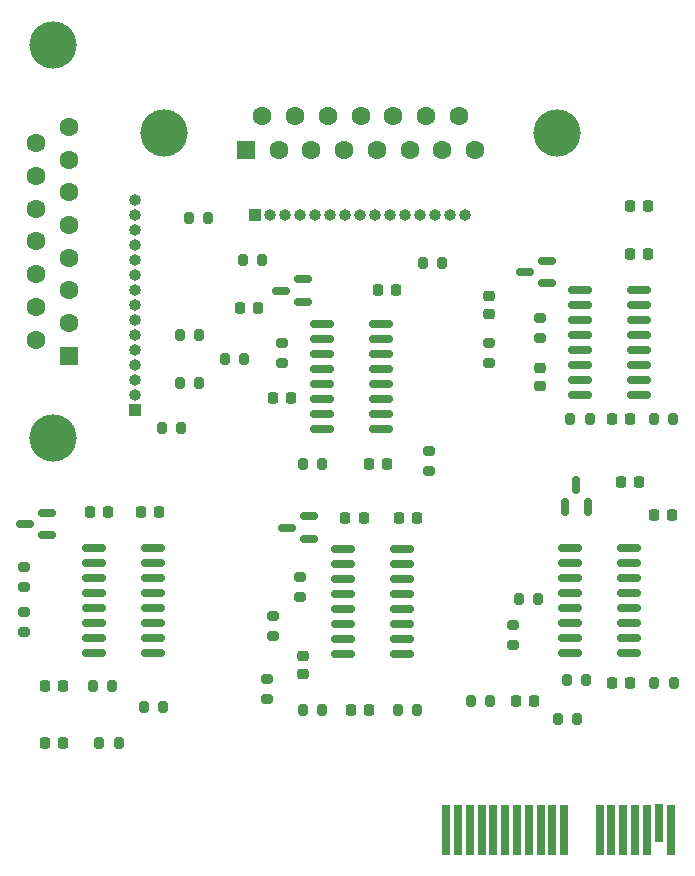
<source format=gbr>
%TF.GenerationSoftware,KiCad,Pcbnew,7.0.1-0*%
%TF.CreationDate,2023-09-14T23:18:32-07:00*%
%TF.ProjectId,HX-board,48582d62-6f61-4726-942e-6b696361645f,rev?*%
%TF.SameCoordinates,Original*%
%TF.FileFunction,Soldermask,Top*%
%TF.FilePolarity,Negative*%
%FSLAX46Y46*%
G04 Gerber Fmt 4.6, Leading zero omitted, Abs format (unit mm)*
G04 Created by KiCad (PCBNEW 7.0.1-0) date 2023-09-14 23:18:32*
%MOMM*%
%LPD*%
G01*
G04 APERTURE LIST*
G04 Aperture macros list*
%AMRoundRect*
0 Rectangle with rounded corners*
0 $1 Rounding radius*
0 $2 $3 $4 $5 $6 $7 $8 $9 X,Y pos of 4 corners*
0 Add a 4 corners polygon primitive as box body*
4,1,4,$2,$3,$4,$5,$6,$7,$8,$9,$2,$3,0*
0 Add four circle primitives for the rounded corners*
1,1,$1+$1,$2,$3*
1,1,$1+$1,$4,$5*
1,1,$1+$1,$6,$7*
1,1,$1+$1,$8,$9*
0 Add four rect primitives between the rounded corners*
20,1,$1+$1,$2,$3,$4,$5,0*
20,1,$1+$1,$4,$5,$6,$7,0*
20,1,$1+$1,$6,$7,$8,$9,0*
20,1,$1+$1,$8,$9,$2,$3,0*%
G04 Aperture macros list end*
%ADD10RoundRect,0.225000X0.225000X0.250000X-0.225000X0.250000X-0.225000X-0.250000X0.225000X-0.250000X0*%
%ADD11RoundRect,0.200000X-0.200000X-0.275000X0.200000X-0.275000X0.200000X0.275000X-0.200000X0.275000X0*%
%ADD12RoundRect,0.200000X0.200000X0.275000X-0.200000X0.275000X-0.200000X-0.275000X0.200000X-0.275000X0*%
%ADD13RoundRect,0.150000X0.587500X0.150000X-0.587500X0.150000X-0.587500X-0.150000X0.587500X-0.150000X0*%
%ADD14R,1.000000X1.000000*%
%ADD15O,1.000000X1.000000*%
%ADD16RoundRect,0.150000X-0.850000X-0.150000X0.850000X-0.150000X0.850000X0.150000X-0.850000X0.150000X0*%
%ADD17RoundRect,0.200000X0.275000X-0.200000X0.275000X0.200000X-0.275000X0.200000X-0.275000X-0.200000X0*%
%ADD18RoundRect,0.225000X-0.225000X-0.250000X0.225000X-0.250000X0.225000X0.250000X-0.225000X0.250000X0*%
%ADD19RoundRect,0.200000X-0.275000X0.200000X-0.275000X-0.200000X0.275000X-0.200000X0.275000X0.200000X0*%
%ADD20C,4.000000*%
%ADD21R,1.600000X1.600000*%
%ADD22C,1.600000*%
%ADD23R,0.700000X4.300000*%
%ADD24R,0.700000X3.200000*%
%ADD25RoundRect,0.225000X-0.250000X0.225000X-0.250000X-0.225000X0.250000X-0.225000X0.250000X0.225000X0*%
%ADD26RoundRect,0.225000X0.250000X-0.225000X0.250000X0.225000X-0.250000X0.225000X-0.250000X-0.225000X0*%
%ADD27RoundRect,0.150000X0.150000X-0.587500X0.150000X0.587500X-0.150000X0.587500X-0.150000X-0.587500X0*%
G04 APERTURE END LIST*
D10*
%TO.C,C2*%
X161303000Y-102870000D03*
X159753000Y-102870000D03*
%TD*%
D11*
%TO.C,R20*%
X162547000Y-119888000D03*
X164197000Y-119888000D03*
%TD*%
D12*
%TO.C,R6*%
X156019000Y-122936000D03*
X154369000Y-122936000D03*
%TD*%
D13*
%TO.C,Q2*%
X133350000Y-107696000D03*
X133350000Y-105796000D03*
X131475000Y-106746000D03*
%TD*%
D11*
%TO.C,R23*%
X140844000Y-122174000D03*
X142494000Y-122174000D03*
%TD*%
D14*
%TO.C,J4*%
X128768000Y-80264000D03*
D15*
X130038000Y-80264000D03*
X131308000Y-80264000D03*
X132578000Y-80264000D03*
X133848000Y-80264000D03*
X135118000Y-80264000D03*
X136388000Y-80264000D03*
X137658000Y-80264000D03*
X138928000Y-80264000D03*
X140198000Y-80264000D03*
X141468000Y-80264000D03*
X142738000Y-80264000D03*
X144008000Y-80264000D03*
X145278000Y-80264000D03*
X146548000Y-80264000D03*
%TD*%
D10*
%TO.C,C32*%
X139967000Y-101346000D03*
X138417000Y-101346000D03*
%TD*%
D16*
%TO.C,U2*%
X136184000Y-108585000D03*
X136184000Y-109855000D03*
X136184000Y-111125000D03*
X136184000Y-112395000D03*
X136184000Y-113665000D03*
X136184000Y-114935000D03*
X136184000Y-116205000D03*
X136184000Y-117475000D03*
X141184000Y-117475000D03*
X141184000Y-116205000D03*
X141184000Y-114935000D03*
X141184000Y-113665000D03*
X141184000Y-112395000D03*
X141184000Y-111125000D03*
X141184000Y-109855000D03*
X141184000Y-108585000D03*
%TD*%
D11*
%TO.C,R32*%
X162497000Y-97536000D03*
X164147000Y-97536000D03*
%TD*%
D17*
%TO.C,R21*%
X132588000Y-112585000D03*
X132588000Y-110935000D03*
%TD*%
%TO.C,R48*%
X143510000Y-101917000D03*
X143510000Y-100267000D03*
%TD*%
D11*
%TO.C,R7*%
X122365000Y-90424000D03*
X124015000Y-90424000D03*
%TD*%
D13*
%TO.C,Q4*%
X153513000Y-86040000D03*
X153513000Y-84140000D03*
X151638000Y-85090000D03*
%TD*%
D11*
%TO.C,R46*%
X126175000Y-92456000D03*
X127825000Y-92456000D03*
%TD*%
D18*
%TO.C,C12*%
X110985000Y-120142000D03*
X112535000Y-120142000D03*
%TD*%
D10*
%TO.C,C5*%
X137948000Y-105918000D03*
X136398000Y-105918000D03*
%TD*%
D11*
%TO.C,R1*%
X115557000Y-124968000D03*
X117207000Y-124968000D03*
%TD*%
D19*
%TO.C,R5*%
X129794000Y-119571000D03*
X129794000Y-121221000D03*
%TD*%
D11*
%TO.C,R13*%
X122365000Y-94488000D03*
X124015000Y-94488000D03*
%TD*%
D17*
%TO.C,R29*%
X152908000Y-90678000D03*
X152908000Y-89028000D03*
%TD*%
D10*
%TO.C,C10*%
X120663000Y-105410000D03*
X119113000Y-105410000D03*
%TD*%
D16*
%TO.C,U4*%
X156290000Y-86614000D03*
X156290000Y-87884000D03*
X156290000Y-89154000D03*
X156290000Y-90424000D03*
X156290000Y-91694000D03*
X156290000Y-92964000D03*
X156290000Y-94234000D03*
X156290000Y-95504000D03*
X161290000Y-95504000D03*
X161290000Y-94234000D03*
X161290000Y-92964000D03*
X161290000Y-91694000D03*
X161290000Y-90424000D03*
X161290000Y-89154000D03*
X161290000Y-87884000D03*
X161290000Y-86614000D03*
%TD*%
D17*
%TO.C,R45*%
X131064000Y-92773000D03*
X131064000Y-91123000D03*
%TD*%
D12*
%TO.C,R17*%
X152717000Y-112776000D03*
X151067000Y-112776000D03*
%TD*%
D17*
%TO.C,R26*%
X109220000Y-115570000D03*
X109220000Y-113920000D03*
%TD*%
D12*
%TO.C,R2*%
X148653000Y-121412000D03*
X147003000Y-121412000D03*
%TD*%
D10*
%TO.C,C29*%
X140729000Y-86614000D03*
X139179000Y-86614000D03*
%TD*%
D20*
%TO.C,J3*%
X111610000Y-65857000D03*
X111610000Y-99157000D03*
D21*
X113030000Y-92202000D03*
D22*
X113030000Y-89432000D03*
X113030000Y-86662000D03*
X113030000Y-83892000D03*
X113030000Y-81122000D03*
X113030000Y-78352000D03*
X113030000Y-75582000D03*
X113030000Y-72812000D03*
X110190000Y-90817000D03*
X110190000Y-88047000D03*
X110190000Y-85277000D03*
X110190000Y-82507000D03*
X110190000Y-79737000D03*
X110190000Y-76967000D03*
X110190000Y-74197000D03*
%TD*%
D13*
%TO.C,Q8*%
X132842000Y-87630000D03*
X132842000Y-85730000D03*
X130967000Y-86680000D03*
%TD*%
D23*
%TO.C,J2*%
X144932000Y-132322000D03*
X145932000Y-132322000D03*
X146932000Y-132322000D03*
X147932000Y-132322000D03*
X148932000Y-132322000D03*
X149932000Y-132322000D03*
X150932000Y-132322000D03*
X151932000Y-132322000D03*
X152932000Y-132322000D03*
X153932000Y-132322000D03*
X154932000Y-132322000D03*
X157932000Y-132322000D03*
X158932000Y-132322000D03*
X159932000Y-132322000D03*
X160932000Y-132322000D03*
X161932000Y-132322000D03*
D24*
X162932000Y-131772000D03*
D23*
X163932000Y-132322000D03*
%TD*%
D16*
%TO.C,U8*%
X134406000Y-89535000D03*
X134406000Y-90805000D03*
X134406000Y-92075000D03*
X134406000Y-93345000D03*
X134406000Y-94615000D03*
X134406000Y-95885000D03*
X134406000Y-97155000D03*
X134406000Y-98425000D03*
X139406000Y-98425000D03*
X139406000Y-97155000D03*
X139406000Y-95885000D03*
X139406000Y-94615000D03*
X139406000Y-93345000D03*
X139406000Y-92075000D03*
X139406000Y-90805000D03*
X139406000Y-89535000D03*
%TD*%
D10*
%TO.C,C1*%
X164097000Y-105664000D03*
X162547000Y-105664000D03*
%TD*%
D11*
%TO.C,R10*%
X123127000Y-80518000D03*
X124777000Y-80518000D03*
%TD*%
D17*
%TO.C,R22*%
X130302000Y-115887000D03*
X130302000Y-114237000D03*
%TD*%
D16*
%TO.C,U3*%
X115142000Y-108458000D03*
X115142000Y-109728000D03*
X115142000Y-110998000D03*
X115142000Y-112268000D03*
X115142000Y-113538000D03*
X115142000Y-114808000D03*
X115142000Y-116078000D03*
X115142000Y-117348000D03*
X120142000Y-117348000D03*
X120142000Y-116078000D03*
X120142000Y-114808000D03*
X120142000Y-113538000D03*
X120142000Y-112268000D03*
X120142000Y-110998000D03*
X120142000Y-109728000D03*
X120142000Y-108458000D03*
%TD*%
D12*
%TO.C,R16*%
X144589000Y-84328000D03*
X142939000Y-84328000D03*
%TD*%
D18*
%TO.C,C3*%
X150863000Y-121412000D03*
X152413000Y-121412000D03*
%TD*%
D25*
%TO.C,C14*%
X148590000Y-87122000D03*
X148590000Y-88672000D03*
%TD*%
D10*
%TO.C,C13*%
X162065000Y-83566000D03*
X160515000Y-83566000D03*
%TD*%
D13*
%TO.C,Q3*%
X111173500Y-107376000D03*
X111173500Y-105476000D03*
X109298500Y-106426000D03*
%TD*%
D17*
%TO.C,R30*%
X148590000Y-92773000D03*
X148590000Y-91123000D03*
%TD*%
D26*
%TO.C,C15*%
X152908000Y-94755000D03*
X152908000Y-93205000D03*
%TD*%
D11*
%TO.C,R4*%
X120841000Y-98298000D03*
X122491000Y-98298000D03*
%TD*%
D12*
%TO.C,R19*%
X156781000Y-119634000D03*
X155131000Y-119634000D03*
%TD*%
%TO.C,R47*%
X134429000Y-101346000D03*
X132779000Y-101346000D03*
%TD*%
%TO.C,R24*%
X134429000Y-122174000D03*
X132779000Y-122174000D03*
%TD*%
D17*
%TO.C,R18*%
X150622000Y-116649000D03*
X150622000Y-114999000D03*
%TD*%
D18*
%TO.C,C30*%
X127495000Y-88138000D03*
X129045000Y-88138000D03*
%TD*%
%TO.C,C31*%
X130289000Y-95758000D03*
X131839000Y-95758000D03*
%TD*%
D10*
%TO.C,C9*%
X116345000Y-105410000D03*
X114795000Y-105410000D03*
%TD*%
D18*
%TO.C,C11*%
X110972000Y-124968000D03*
X112522000Y-124968000D03*
%TD*%
D10*
%TO.C,C21*%
X162065000Y-79502000D03*
X160515000Y-79502000D03*
%TD*%
D14*
%TO.C,J1*%
X118618000Y-96774000D03*
D15*
X118618000Y-95504000D03*
X118618000Y-94234000D03*
X118618000Y-92964000D03*
X118618000Y-91694000D03*
X118618000Y-90424000D03*
X118618000Y-89154000D03*
X118618000Y-87884000D03*
X118618000Y-86614000D03*
X118618000Y-85344000D03*
X118618000Y-84074000D03*
X118618000Y-82804000D03*
X118618000Y-81534000D03*
X118618000Y-80264000D03*
X118618000Y-78994000D03*
%TD*%
D10*
%TO.C,C6*%
X142507000Y-105918000D03*
X140957000Y-105918000D03*
%TD*%
D17*
%TO.C,R25*%
X109220000Y-111760000D03*
X109220000Y-110110000D03*
%TD*%
D11*
%TO.C,R27*%
X114999000Y-120142000D03*
X116649000Y-120142000D03*
%TD*%
%TO.C,R28*%
X119317000Y-121920000D03*
X120967000Y-121920000D03*
%TD*%
D10*
%TO.C,C4*%
X160541000Y-119888000D03*
X158991000Y-119888000D03*
%TD*%
%TO.C,C16*%
X160541000Y-97536000D03*
X158991000Y-97536000D03*
%TD*%
D12*
%TO.C,R31*%
X157098000Y-97536000D03*
X155448000Y-97536000D03*
%TD*%
D27*
%TO.C,Q1*%
X155006000Y-104999000D03*
X156906000Y-104999000D03*
X155956000Y-103124000D03*
%TD*%
D18*
%TO.C,C8*%
X136880000Y-122174000D03*
X138430000Y-122174000D03*
%TD*%
D11*
%TO.C,R14*%
X127699000Y-84074000D03*
X129349000Y-84074000D03*
%TD*%
D20*
%TO.C,J5*%
X154338000Y-73320331D03*
X121038000Y-73320331D03*
D21*
X127993000Y-74740331D03*
D22*
X130763000Y-74740331D03*
X133533000Y-74740331D03*
X136303000Y-74740331D03*
X139073000Y-74740331D03*
X141843000Y-74740331D03*
X144613000Y-74740331D03*
X147383000Y-74740331D03*
X129378000Y-71900331D03*
X132148000Y-71900331D03*
X134918000Y-71900331D03*
X137688000Y-71900331D03*
X140458000Y-71900331D03*
X143228000Y-71900331D03*
X145998000Y-71900331D03*
%TD*%
D26*
%TO.C,C7*%
X132842000Y-119139000D03*
X132842000Y-117589000D03*
%TD*%
D16*
%TO.C,U1*%
X155448000Y-108458000D03*
X155448000Y-109728000D03*
X155448000Y-110998000D03*
X155448000Y-112268000D03*
X155448000Y-113538000D03*
X155448000Y-114808000D03*
X155448000Y-116078000D03*
X155448000Y-117348000D03*
X160448000Y-117348000D03*
X160448000Y-116078000D03*
X160448000Y-114808000D03*
X160448000Y-113538000D03*
X160448000Y-112268000D03*
X160448000Y-110998000D03*
X160448000Y-109728000D03*
X160448000Y-108458000D03*
%TD*%
M02*

</source>
